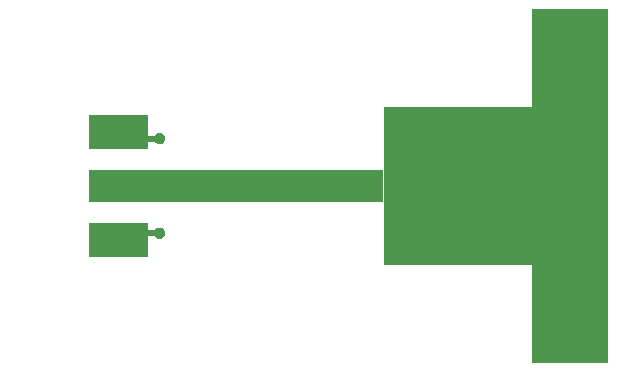
<source format=gbr>
G04 ===== Begin FILE IDENTIFICATION =====*
G04 File Format:  Gerber RS274X*
G04 ===== End FILE IDENTIFICATION =====*
%FSLAX33Y33*%
%MOMM*%
%SFA1.0000B1.0000*%
%OFA0.0B0.0*%
%ADD14R,6.500000X30.000000*%
%ADD15R,25.000000X2.700000*%
%ADD16R,12.500000X13.500000*%
%LNpc1*%
%IPPOS*%
%LPD*%
G75*
D14*
X58450Y-100D03*
D15*
X30200D03*
D16*
X48950D03*
G36*
G01X22700Y-3850D02*
G01Y-3250D01*
G01X17700D01*
G01Y-6100D01*
G01X22700D01*
G01Y-4350D01*
G01X23267D01*
G03X24200Y-4100I433J250D01*
G03X23267Y-3850I-500J0D01*
G01X22700D01*
G37*
G36*
G01X22700Y4150D02*
G01Y5900D01*
G01X17700D01*
G01Y3050D01*
G01X22700D01*
G01Y3650D01*
G01X23267D01*
G03X24200Y3900I433J250D01*
G03X23267Y4150I-500J0D01*
G01X22700D01*
G37*
G36*
G01X17700Y-1250D02*
G01X22700D01*
G01X23100Y-1400D01*
G01X25700D01*
G01Y1200D01*
G01X23100D01*
G01X22700Y1050D01*
G01X17700D01*
G01Y-1250D01*
G37*
M02*


</source>
